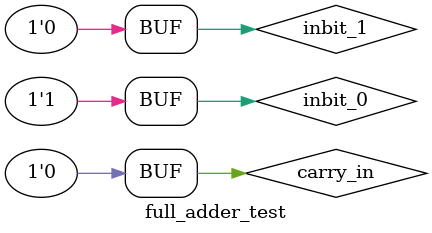
<source format=v>

module full_adder_test;

	// Inputs
	reg inbit_0;
	reg inbit_1;
	reg carry_in;
	// reg borrow_in; 

	// Outputs
	wire outbit_0;
	wire carry_out;
	// wire borrow_out; 

	// Instantiate the Unit Under Test (UUT)
	full_adder uut (
		.inbit_0(inbit_0), 
		.inbit_1(inbit_1), 
		.carry_in(carry_in),
		// .borrow_in(borrow_in), 
		.outbit_0(outbit_0),
		.carry_out(carry_out)
		// .borrow_out(borrow_out) 
	);

	initial begin
		// Initialize Inputs
		inbit_0 = 0;
		inbit_1 = 0;
		carry_in = 0;
		// borrow_in = 0;

		// Wait 100 ns for global reset to finish
		#100;
        
		// Add stimulus here: 100 INPUTS

        inbit_0 = 1;
        inbit_1 = 1;
        carry_in = 0;
        // borrow_in = ;
        #100;


        inbit_0 = 0;
        inbit_1 = 1;
        carry_in = 0;
        // borrow_in = ;
        #100;


        inbit_0 = 1;
        inbit_1 = 1;
        carry_in = 1;
        // borrow_in = ;
        #100;


        inbit_0 = 0;
        inbit_1 = 1;
        carry_in = 0;
        // borrow_in = ;
        #100;


        inbit_0 = 0;
        inbit_1 = 0;
        carry_in = 0;
        // borrow_in = ;
        #100;


        inbit_0 = 1;
        inbit_1 = 0;
        carry_in = 1;
        // borrow_in = ;
        #100;


        inbit_0 = 0;
        inbit_1 = 0;
        carry_in = 0;
        // borrow_in = ;
        #100;


        inbit_0 = 0;
        inbit_1 = 0;
        carry_in = 1;
        // borrow_in = ;
        #100;


        inbit_0 = 1;
        inbit_1 = 0;
        carry_in = 1;
        // borrow_in = ;
        #100;


        inbit_0 = 0;
        inbit_1 = 0;
        carry_in = 0;
        // borrow_in = ;
        #100;


        inbit_0 = 1;
        inbit_1 = 0;
        carry_in = 1;
        // borrow_in = ;
        #100;


        inbit_0 = 1;
        inbit_1 = 1;
        carry_in = 0;
        // borrow_in = ;
        #100;


        inbit_0 = 0;
        inbit_1 = 0;
        carry_in = 0;
        // borrow_in = ;
        #100;


        inbit_0 = 1;
        inbit_1 = 1;
        carry_in = 1;
        // borrow_in = ;
        #100;


        inbit_0 = 0;
        inbit_1 = 1;
        carry_in = 1;
        // borrow_in = ;
        #100;


        inbit_0 = 0;
        inbit_1 = 0;
        carry_in = 1;
        // borrow_in = ;
        #100;


        inbit_0 = 0;
        inbit_1 = 0;
        carry_in = 1;
        // borrow_in = ;
        #100;


        inbit_0 = 1;
        inbit_1 = 0;
        carry_in = 0;
        // borrow_in = ;
        #100;


        inbit_0 = 0;
        inbit_1 = 0;
        carry_in = 0;
        // borrow_in = ;
        #100;


        inbit_0 = 1;
        inbit_1 = 0;
        carry_in = 1;
        // borrow_in = ;
        #100;


        inbit_0 = 1;
        inbit_1 = 1;
        carry_in = 0;
        // borrow_in = ;
        #100;


        inbit_0 = 1;
        inbit_1 = 1;
        carry_in = 0;
        // borrow_in = ;
        #100;


        inbit_0 = 0;
        inbit_1 = 0;
        carry_in = 0;
        // borrow_in = ;
        #100;


        inbit_0 = 0;
        inbit_1 = 0;
        carry_in = 0;
        // borrow_in = ;
        #100;


        inbit_0 = 1;
        inbit_1 = 0;
        carry_in = 1;
        // borrow_in = ;
        #100;


        inbit_0 = 0;
        inbit_1 = 1;
        carry_in = 0;
        // borrow_in = ;
        #100;


        inbit_0 = 1;
        inbit_1 = 1;
        carry_in = 1;
        // borrow_in = ;
        #100;


        inbit_0 = 0;
        inbit_1 = 0;
        carry_in = 0;
        // borrow_in = ;
        #100;


        inbit_0 = 0;
        inbit_1 = 1;
        carry_in = 0;
        // borrow_in = ;
        #100;


        inbit_0 = 1;
        inbit_1 = 0;
        carry_in = 1;
        // borrow_in = ;
        #100;


        inbit_0 = 1;
        inbit_1 = 0;
        carry_in = 0;
        // borrow_in = ;
        #100;


        inbit_0 = 0;
        inbit_1 = 0;
        carry_in = 1;
        // borrow_in = ;
        #100;


        inbit_0 = 1;
        inbit_1 = 0;
        carry_in = 1;
        // borrow_in = ;
        #100;


        inbit_0 = 0;
        inbit_1 = 0;
        carry_in = 1;
        // borrow_in = ;
        #100;


        inbit_0 = 0;
        inbit_1 = 0;
        carry_in = 0;
        // borrow_in = ;
        #100;


        inbit_0 = 1;
        inbit_1 = 0;
        carry_in = 1;
        // borrow_in = ;
        #100;


        inbit_0 = 1;
        inbit_1 = 1;
        carry_in = 1;
        // borrow_in = ;
        #100;


        inbit_0 = 0;
        inbit_1 = 1;
        carry_in = 0;
        // borrow_in = ;
        #100;


        inbit_0 = 1;
        inbit_1 = 1;
        carry_in = 1;
        // borrow_in = ;
        #100;


        inbit_0 = 0;
        inbit_1 = 1;
        carry_in = 1;
        // borrow_in = ;
        #100;


        inbit_0 = 0;
        inbit_1 = 0;
        carry_in = 1;
        // borrow_in = ;
        #100;


        inbit_0 = 1;
        inbit_1 = 0;
        carry_in = 0;
        // borrow_in = ;
        #100;


        inbit_0 = 1;
        inbit_1 = 0;
        carry_in = 1;
        // borrow_in = ;
        #100;


        inbit_0 = 1;
        inbit_1 = 1;
        carry_in = 1;
        // borrow_in = ;
        #100;


        inbit_0 = 0;
        inbit_1 = 0;
        carry_in = 0;
        // borrow_in = ;
        #100;


        inbit_0 = 1;
        inbit_1 = 0;
        carry_in = 0;
        // borrow_in = ;
        #100;


        inbit_0 = 1;
        inbit_1 = 0;
        carry_in = 0;
        // borrow_in = ;
        #100;


        inbit_0 = 1;
        inbit_1 = 1;
        carry_in = 1;
        // borrow_in = ;
        #100;


        inbit_0 = 0;
        inbit_1 = 1;
        carry_in = 0;
        // borrow_in = ;
        #100;


        inbit_0 = 1;
        inbit_1 = 1;
        carry_in = 0;
        // borrow_in = ;
        #100;


        inbit_0 = 1;
        inbit_1 = 1;
        carry_in = 0;
        // borrow_in = ;
        #100;


        inbit_0 = 1;
        inbit_1 = 0;
        carry_in = 1;
        // borrow_in = ;
        #100;


        inbit_0 = 0;
        inbit_1 = 0;
        carry_in = 1;
        // borrow_in = ;
        #100;


        inbit_0 = 0;
        inbit_1 = 0;
        carry_in = 0;
        // borrow_in = ;
        #100;


        inbit_0 = 1;
        inbit_1 = 0;
        carry_in = 0;
        // borrow_in = ;
        #100;


        inbit_0 = 0;
        inbit_1 = 1;
        carry_in = 0;
        // borrow_in = ;
        #100;


        inbit_0 = 0;
        inbit_1 = 1;
        carry_in = 1;
        // borrow_in = ;
        #100;


        inbit_0 = 1;
        inbit_1 = 0;
        carry_in = 0;
        // borrow_in = ;
        #100;


        inbit_0 = 1;
        inbit_1 = 1;
        carry_in = 1;
        // borrow_in = ;
        #100;


        inbit_0 = 0;
        inbit_1 = 0;
        carry_in = 0;
        // borrow_in = ;
        #100;


        inbit_0 = 0;
        inbit_1 = 1;
        carry_in = 0;
        // borrow_in = ;
        #100;


        inbit_0 = 0;
        inbit_1 = 0;
        carry_in = 1;
        // borrow_in = ;
        #100;


        inbit_0 = 0;
        inbit_1 = 1;
        carry_in = 1;
        // borrow_in = ;
        #100;


        inbit_0 = 0;
        inbit_1 = 0;
        carry_in = 0;
        // borrow_in = ;
        #100;


        inbit_0 = 0;
        inbit_1 = 0;
        carry_in = 1;
        // borrow_in = ;
        #100;


        inbit_0 = 0;
        inbit_1 = 0;
        carry_in = 0;
        // borrow_in = ;
        #100;


        inbit_0 = 0;
        inbit_1 = 0;
        carry_in = 0;
        // borrow_in = ;
        #100;


        inbit_0 = 1;
        inbit_1 = 1;
        carry_in = 0;
        // borrow_in = ;
        #100;


        inbit_0 = 1;
        inbit_1 = 1;
        carry_in = 0;
        // borrow_in = ;
        #100;


        inbit_0 = 1;
        inbit_1 = 0;
        carry_in = 0;
        // borrow_in = ;
        #100;


        inbit_0 = 0;
        inbit_1 = 1;
        carry_in = 1;
        // borrow_in = ;
        #100;


        inbit_0 = 0;
        inbit_1 = 1;
        carry_in = 1;
        // borrow_in = ;
        #100;


        inbit_0 = 1;
        inbit_1 = 1;
        carry_in = 1;
        // borrow_in = ;
        #100;


        inbit_0 = 1;
        inbit_1 = 1;
        carry_in = 0;
        // borrow_in = ;
        #100;


        inbit_0 = 1;
        inbit_1 = 0;
        carry_in = 1;
        // borrow_in = ;
        #100;


        inbit_0 = 1;
        inbit_1 = 0;
        carry_in = 0;
        // borrow_in = ;
        #100;


        inbit_0 = 1;
        inbit_1 = 0;
        carry_in = 1;
        // borrow_in = ;
        #100;


        inbit_0 = 1;
        inbit_1 = 1;
        carry_in = 0;
        // borrow_in = ;
        #100;


        inbit_0 = 1;
        inbit_1 = 1;
        carry_in = 1;
        // borrow_in = ;
        #100;


        inbit_0 = 0;
        inbit_1 = 1;
        carry_in = 1;
        // borrow_in = ;
        #100;


        inbit_0 = 1;
        inbit_1 = 0;
        carry_in = 1;
        // borrow_in = ;
        #100;


        inbit_0 = 1;
        inbit_1 = 0;
        carry_in = 1;
        // borrow_in = ;
        #100;


        inbit_0 = 0;
        inbit_1 = 0;
        carry_in = 1;
        // borrow_in = ;
        #100;


        inbit_0 = 0;
        inbit_1 = 0;
        carry_in = 0;
        // borrow_in = ;
        #100;


        inbit_0 = 1;
        inbit_1 = 1;
        carry_in = 1;
        // borrow_in = ;
        #100;


        inbit_0 = 1;
        inbit_1 = 0;
        carry_in = 1;
        // borrow_in = ;
        #100;


        inbit_0 = 0;
        inbit_1 = 1;
        carry_in = 1;
        // borrow_in = ;
        #100;


        inbit_0 = 1;
        inbit_1 = 0;
        carry_in = 1;
        // borrow_in = ;
        #100;


        inbit_0 = 1;
        inbit_1 = 1;
        carry_in = 1;
        // borrow_in = ;
        #100;


        inbit_0 = 1;
        inbit_1 = 0;
        carry_in = 0;
        // borrow_in = ;
        #100;


        inbit_0 = 0;
        inbit_1 = 1;
        carry_in = 0;
        // borrow_in = ;
        #100;


        inbit_0 = 1;
        inbit_1 = 1;
        carry_in = 1;
        // borrow_in = ;
        #100;


        inbit_0 = 1;
        inbit_1 = 0;
        carry_in = 1;
        // borrow_in = ;
        #100;


        inbit_0 = 1;
        inbit_1 = 0;
        carry_in = 1;
        // borrow_in = ;
        #100;


        inbit_0 = 1;
        inbit_1 = 1;
        carry_in = 0;
        // borrow_in = ;
        #100;


        inbit_0 = 0;
        inbit_1 = 0;
        carry_in = 0;
        // borrow_in = ;
        #100;


        inbit_0 = 1;
        inbit_1 = 1;
        carry_in = 1;
        // borrow_in = ;
        #100;


        inbit_0 = 0;
        inbit_1 = 0;
        carry_in = 1;
        // borrow_in = ;
        #100;


        inbit_0 = 1;
        inbit_1 = 0;
        carry_in = 0;
        // borrow_in = ;
        #100;


        inbit_0 = 1;
        inbit_1 = 0;
        carry_in = 0;
        // borrow_in = ;
        #100;


    end
endmodule

</source>
